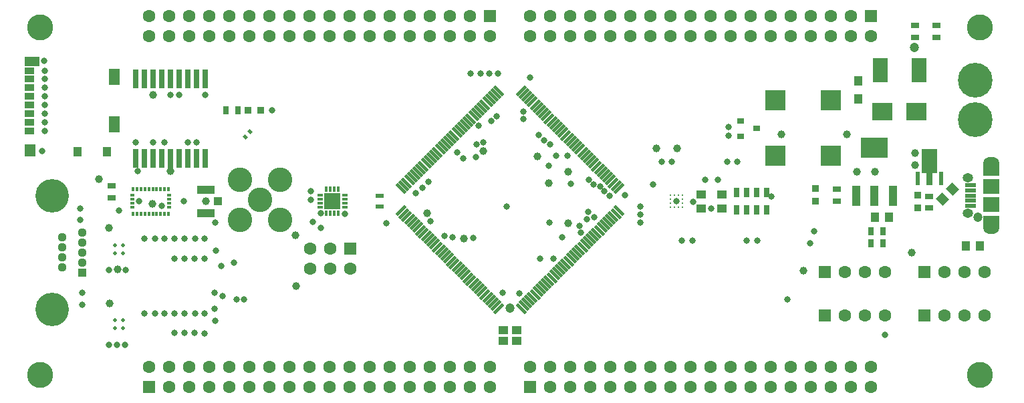
<source format=gbr>
%TF.GenerationSoftware,Altium Limited,Altium Designer,22.1.2 (22)*%
G04 Layer_Color=8388736*
%FSLAX45Y45*%
%MOMM*%
%TF.SameCoordinates,3CA235EB-07BA-4011-868A-CA015CDCDCF0*%
%TF.FilePolarity,Negative*%
%TF.FileFunction,Soldermask,Top*%
%TF.Part,Single*%
G01*
G75*
%TA.AperFunction,SMDPad,CuDef*%
%ADD18R,0.27500X0.25000*%
%ADD19R,0.25000X0.27500*%
%ADD23R,2.50000X2.30000*%
%ADD24R,0.58000X1.73000*%
%ADD25C,1.73970*%
%ADD31R,0.90000X0.80000*%
%ADD32R,2.50000X2.50000*%
%ADD35R,1.20000X1.00000*%
%ADD38R,1.95580X3.14960*%
%ADD45R,1.05000X1.00000*%
%ADD46R,2.20000X1.05000*%
%ADD50R,1.10000X0.60000*%
%TA.AperFunction,ComponentPad*%
%ADD60C,4.24000*%
%ADD61R,1.12000X1.12000*%
%ADD62C,1.12000*%
%TA.AperFunction,ViaPad*%
%ADD70C,0.50000*%
%TA.AperFunction,SMDPad,CuDef*%
%ADD81R,1.10000X1.20000*%
%ADD82R,1.20000X1.10000*%
%ADD85R,1.00000X0.80000*%
%ADD86R,0.80000X1.00000*%
%TA.AperFunction,ComponentPad*%
%ADD89C,1.60000*%
%ADD90R,1.60000X1.60000*%
%ADD91O,2.00000X1.30000*%
%ADD92O,1.35000X1.15000*%
%ADD93C,4.40000*%
%ADD94C,3.10000*%
%TA.AperFunction,ViaPad*%
%ADD95C,1.00320*%
%ADD96C,0.80320*%
%ADD97C,1.20320*%
%ADD98C,3.30000*%
%TA.AperFunction,NonConductor*%
%ADD130R,0.80000X2.40000*%
%ADD131R,0.40000X0.52500*%
%ADD132R,0.40000X0.52500*%
%ADD133R,0.40000X0.52500*%
%ADD134R,0.40000X0.52500*%
%ADD135R,0.52500X0.30000*%
%ADD136R,0.52500X0.30000*%
%ADD137R,0.52500X0.30000*%
%ADD138R,0.52500X0.30000*%
%ADD139R,0.70000X2.40000*%
%ADD140R,0.80000X2.40000*%
%TA.AperFunction,SMDPad,CuDef*%
G04:AMPARAMS|DCode=141|XSize=0.4mm|YSize=1.6mm|CornerRadius=0mm|HoleSize=0mm|Usage=FLASHONLY|Rotation=45.000|XOffset=0mm|YOffset=0mm|HoleType=Round|Shape=Rectangle|*
%AMROTATEDRECTD141*
4,1,4,0.42426,-0.70711,-0.70711,0.42426,-0.42426,0.70711,0.70711,-0.42426,0.42426,-0.70711,0.0*
%
%ADD141ROTATEDRECTD141*%

%ADD142R,1.45000X2.00000*%
%ADD143R,1.10000X1.30000*%
%ADD144R,1.45000X1.65000*%
%ADD145R,1.20000X0.95000*%
%ADD146R,1.20000X0.85000*%
%ADD147R,1.90000X1.27000*%
%TA.AperFunction,ConnectorPad*%
%ADD148R,2.00000X1.90000*%
%ADD149R,1.45000X0.50000*%
%TA.AperFunction,SMDPad,CuDef*%
%ADD150R,0.90000X0.90000*%
G04:AMPARAMS|DCode=151|XSize=0.425mm|YSize=0.5mm|CornerRadius=0mm|HoleSize=0mm|Usage=FLASHONLY|Rotation=45.000|XOffset=0mm|YOffset=0mm|HoleType=Round|Shape=Rectangle|*
%AMROTATEDRECTD151*
4,1,4,0.02652,-0.32704,-0.32704,0.02652,-0.02652,0.32704,0.32704,-0.02652,0.02652,-0.32704,0.0*
%
%ADD151ROTATEDRECTD151*%

G04:AMPARAMS|DCode=152|XSize=0.4mm|YSize=1.6mm|CornerRadius=0mm|HoleSize=0mm|Usage=FLASHONLY|Rotation=315.000|XOffset=0mm|YOffset=0mm|HoleType=Round|Shape=Rectangle|*
%AMROTATEDRECTD152*
4,1,4,-0.70711,-0.42426,0.42426,0.70711,0.70711,0.42426,-0.42426,-0.70711,-0.70711,-0.42426,0.0*
%
%ADD152ROTATEDRECTD152*%

%ADD153R,2.10000X2.10000*%
G04:AMPARAMS|DCode=154|XSize=1.1mm|YSize=1.2mm|CornerRadius=0mm|HoleSize=0mm|Usage=FLASHONLY|Rotation=45.000|XOffset=0mm|YOffset=0mm|HoleType=Round|Shape=Rectangle|*
%AMROTATEDRECTD154*
4,1,4,0.03535,-0.81318,-0.81318,0.03535,-0.03535,0.81318,0.81318,-0.03535,0.03535,-0.81318,0.0*
%
%ADD154ROTATEDRECTD154*%

%ADD155R,0.70000X1.20000*%
%ADD156R,1.10000X1.25000*%
%ADD157R,0.75000X0.35000*%
%ADD158R,0.35000X0.75000*%
%ADD159R,1.10000X2.60000*%
%ADD160R,3.40000X2.60000*%
%ADD161R,0.90000X0.90000*%
%TA.AperFunction,Conductor*%
%ADD162R,2.00000X1.67500*%
G36*
X11660001Y2855403D02*
X11601350D01*
Y2705403D01*
X11525351D01*
Y2855403D01*
X11466700D01*
Y3158403D01*
X11660001D01*
Y2855403D01*
D02*
G37*
D18*
X8283750Y2575000D02*
D03*
Y2525000D02*
D03*
Y2475000D02*
D03*
Y2425000D02*
D03*
X8436250D02*
D03*
Y2475000D02*
D03*
Y2525000D02*
D03*
Y2575000D02*
D03*
D19*
X8335000Y2423750D02*
D03*
X8385000D02*
D03*
Y2576250D02*
D03*
X8335000D02*
D03*
D23*
X11399074Y3635000D02*
D03*
X10969074D02*
D03*
D24*
X11413351Y2791903D02*
D03*
X11713350D02*
D03*
D25*
X11563351Y2970000D02*
D03*
D31*
X9370000Y3420000D02*
D03*
X9170000Y3325000D02*
D03*
Y3515000D02*
D03*
D32*
X10310000Y3080000D02*
D03*
Y3780000D02*
D03*
X9610000Y3080000D02*
D03*
Y3780000D02*
D03*
D35*
X6165000Y735000D02*
D03*
X6335000D02*
D03*
Y865000D02*
D03*
X6165000D02*
D03*
D38*
X10939890Y4160000D02*
D03*
X11430110D02*
D03*
D45*
X2552500Y2500000D02*
D03*
D46*
X2400000Y2352500D02*
D03*
Y2647500D02*
D03*
D50*
X4600000Y2570000D02*
D03*
Y2430000D02*
D03*
D60*
X454500Y1132500D02*
D03*
Y2567500D02*
D03*
D61*
X835500Y1596000D02*
D03*
D62*
X835500Y1723000D02*
D03*
Y1850000D02*
D03*
Y1977000D02*
D03*
Y2104000D02*
D03*
X581500Y1659500D02*
D03*
X581500Y1786500D02*
D03*
Y1913500D02*
D03*
X581500Y2040500D02*
D03*
D70*
X1350000Y1840000D02*
D03*
Y1940000D02*
D03*
X1250000Y1840000D02*
D03*
Y1940000D02*
D03*
X1350000Y890001D02*
D03*
X1350000Y990000D02*
D03*
X1250000Y890000D02*
D03*
Y990000D02*
D03*
D81*
X10870000Y2300000D02*
D03*
X11050000D02*
D03*
X12025800Y1932075D02*
D03*
X12205800D02*
D03*
D82*
X8670000Y2410000D02*
D03*
Y2590000D02*
D03*
X8930000Y2410000D02*
D03*
Y2590000D02*
D03*
D85*
X1200000Y2695000D02*
D03*
Y2545000D02*
D03*
X10390000Y2655000D02*
D03*
Y2505000D02*
D03*
X11650000Y4725000D02*
D03*
Y4575000D02*
D03*
X11380000Y4575000D02*
D03*
Y4725000D02*
D03*
X11557000Y2414200D02*
D03*
Y2564200D02*
D03*
D86*
X10825000Y1970000D02*
D03*
X10975000D02*
D03*
X10825000Y2120000D02*
D03*
X10975000D02*
D03*
X2802075Y3650000D02*
D03*
X2652075D02*
D03*
D89*
X7008000Y146000D02*
D03*
X7262000D02*
D03*
X7262000Y400000D02*
D03*
X7516000Y146000D02*
D03*
X7516000Y400000D02*
D03*
X12258000Y1050000D02*
D03*
X12004000D02*
D03*
X11750000D02*
D03*
X12258000Y1600000D02*
D03*
X12004000D02*
D03*
X11750000D02*
D03*
X5492000Y146000D02*
D03*
X6500000Y400000D02*
D03*
X6754000Y146000D02*
D03*
Y400000D02*
D03*
X7008000D02*
D03*
X7770000Y146000D02*
D03*
Y400000D02*
D03*
X8024000Y146000D02*
D03*
X8024000Y400000D02*
D03*
X8278000Y146000D02*
D03*
Y400000D02*
D03*
X8532000Y146000D02*
D03*
Y400000D02*
D03*
X8786000Y146000D02*
D03*
Y400000D02*
D03*
X9040000Y146000D02*
D03*
Y400000D02*
D03*
X9294000Y146000D02*
D03*
X9294000Y400000D02*
D03*
X9548000Y146000D02*
D03*
X9548000Y400000D02*
D03*
X9802000Y146000D02*
D03*
Y400000D02*
D03*
X10056000Y146000D02*
D03*
Y400000D02*
D03*
X10310000Y146000D02*
D03*
X10310000Y400000D02*
D03*
X10564000Y146000D02*
D03*
Y400000D02*
D03*
X10818000Y146000D02*
D03*
Y400000D02*
D03*
X1682000D02*
D03*
X1936000Y146000D02*
D03*
Y400000D02*
D03*
X2190001Y146000D02*
D03*
X2190000Y400000D02*
D03*
X2444000Y146000D02*
D03*
X2444000Y400000D02*
D03*
X2698000Y146000D02*
D03*
X2698000Y400000D02*
D03*
X2952000Y146000D02*
D03*
Y400000D02*
D03*
X3206000Y146000D02*
D03*
X3206000Y400000D02*
D03*
X3460000Y146000D02*
D03*
X3460000Y400000D02*
D03*
X3714000Y146000D02*
D03*
Y400000D02*
D03*
X3968000Y146000D02*
D03*
Y400000D02*
D03*
X4222000Y146000D02*
D03*
Y400000D02*
D03*
X4476001Y146000D02*
D03*
X4476000Y400000D02*
D03*
X4730000Y146000D02*
D03*
X4730000Y400000D02*
D03*
X4984000Y146000D02*
D03*
Y400000D02*
D03*
X5238000Y146000D02*
D03*
Y400000D02*
D03*
X5492000D02*
D03*
X5746000Y146000D02*
D03*
X5746000Y400000D02*
D03*
X6000000Y146000D02*
D03*
X6000000Y400000D02*
D03*
X4229000Y1646000D02*
D03*
X3975000Y1900000D02*
D03*
Y1646000D02*
D03*
X3721000Y1900000D02*
D03*
Y1646000D02*
D03*
X11000000Y1600000D02*
D03*
X10746000D02*
D03*
X10492000D02*
D03*
X11000000Y1050000D02*
D03*
X10746000D02*
D03*
X10492000D02*
D03*
X6500000Y4596000D02*
D03*
X6500000Y4850000D02*
D03*
X6754000Y4596000D02*
D03*
Y4850000D02*
D03*
X7008000Y4596000D02*
D03*
X7008000Y4850000D02*
D03*
X7262000Y4596000D02*
D03*
Y4850000D02*
D03*
X7516000Y4596000D02*
D03*
Y4850000D02*
D03*
X7770000Y4596000D02*
D03*
X7770000Y4850000D02*
D03*
X8024000Y4596000D02*
D03*
X8024000Y4850000D02*
D03*
X8278000Y4596000D02*
D03*
Y4850000D02*
D03*
X8532000Y4596000D02*
D03*
Y4850000D02*
D03*
X8786000Y4596000D02*
D03*
X8786000Y4850000D02*
D03*
X9040000Y4596000D02*
D03*
Y4850000D02*
D03*
X9294000Y4596000D02*
D03*
X9294000Y4850000D02*
D03*
X9548000Y4596000D02*
D03*
Y4850000D02*
D03*
X9802000Y4596000D02*
D03*
X9802000Y4850000D02*
D03*
X10056000Y4596000D02*
D03*
X10056000Y4850000D02*
D03*
X10310000Y4596000D02*
D03*
Y4850000D02*
D03*
X10564000Y4596000D02*
D03*
Y4850000D02*
D03*
X10818000Y4596000D02*
D03*
X1682000D02*
D03*
Y4850000D02*
D03*
X1936000Y4596000D02*
D03*
X1936000Y4850000D02*
D03*
X2190000Y4596000D02*
D03*
Y4850000D02*
D03*
X2444000Y4596000D02*
D03*
Y4850000D02*
D03*
X2698000Y4596000D02*
D03*
Y4850000D02*
D03*
X2952000Y4596000D02*
D03*
X2952000Y4850000D02*
D03*
X3206000Y4596000D02*
D03*
X3206000Y4850000D02*
D03*
X3460000Y4596000D02*
D03*
Y4850000D02*
D03*
X3714000Y4596000D02*
D03*
Y4850000D02*
D03*
X3968000Y4596000D02*
D03*
Y4850000D02*
D03*
X4222000Y4596000D02*
D03*
X4222000Y4850000D02*
D03*
X4476000Y4596000D02*
D03*
Y4850000D02*
D03*
X4730000Y4596000D02*
D03*
Y4850000D02*
D03*
X4984000Y4596000D02*
D03*
Y4850000D02*
D03*
X5238000Y4596000D02*
D03*
Y4850000D02*
D03*
X5492000Y4596000D02*
D03*
X5492000Y4850000D02*
D03*
X5746000Y4596000D02*
D03*
Y4850000D02*
D03*
X6000000Y4596000D02*
D03*
D90*
X11496000Y1050000D02*
D03*
X11496000Y1600000D02*
D03*
X6500000Y146000D02*
D03*
X1682000D02*
D03*
X4229000Y1900000D02*
D03*
X10238000Y1600000D02*
D03*
Y1050000D02*
D03*
X10818000Y4850000D02*
D03*
X6000000D02*
D03*
D91*
X12350000Y2155000D02*
D03*
Y2990000D02*
D03*
D92*
X12050000Y2795000D02*
D03*
X12050000Y2350000D02*
D03*
D93*
X12140000Y4030000D02*
D03*
Y3530000D02*
D03*
D94*
X3080000Y2520000D02*
D03*
X3333992Y2265992D02*
D03*
Y2773992D02*
D03*
X2825992D02*
D03*
Y2265992D02*
D03*
D95*
X1180000Y1210000D02*
D03*
X1276568Y1636568D02*
D03*
X3540000Y1430000D02*
D03*
X9970000Y1620000D02*
D03*
X1040000Y2780000D02*
D03*
X3530000Y2070000D02*
D03*
X8100000Y3170000D02*
D03*
X8370000D02*
D03*
X6990000Y2870000D02*
D03*
X9690000Y3350000D02*
D03*
X10520000D02*
D03*
X6600000Y3070000D02*
D03*
X11340000Y1850000D02*
D03*
X1950000Y2880000D02*
D03*
X1720000Y2470000D02*
D03*
X1170000Y2160000D02*
D03*
X6740000Y2730000D02*
D03*
X5670000Y2030000D02*
D03*
X2400000Y2500000D02*
D03*
X1730000Y3850000D02*
D03*
X5200000Y2350000D02*
D03*
X11380000Y3110000D02*
D03*
Y2960000D02*
D03*
X10870000Y2870000D02*
D03*
X10640000D02*
D03*
X6990000Y2222530D02*
D03*
X5910000Y3140000D02*
D03*
D96*
X8880000Y2770000D02*
D03*
X8570000Y2490000D02*
D03*
X8720000Y2770000D02*
D03*
X8800000Y2410000D02*
D03*
X8060000Y2710000D02*
D03*
X8360000Y2500000D02*
D03*
X7900000Y2430000D02*
D03*
Y2230000D02*
D03*
X7020000Y2720000D02*
D03*
X7130000Y2190000D02*
D03*
X7320000Y2300000D02*
D03*
X7240000Y2370000D02*
D03*
X7900000Y2330000D02*
D03*
X6630000Y1770000D02*
D03*
X6800000D02*
D03*
X1380000Y1630000D02*
D03*
X6160009Y1337500D02*
D03*
X6370000Y1330000D02*
D03*
X10050000Y1970000D02*
D03*
X3730000Y2520000D02*
D03*
X2520000Y2230000D02*
D03*
X9561265Y2561265D02*
D03*
X10100000Y2120000D02*
D03*
X6610000Y3340000D02*
D03*
X6760000Y3225000D02*
D03*
X6837978Y3080000D02*
D03*
X6685040Y3274960D02*
D03*
X6740000Y2950000D02*
D03*
X6980000Y3080000D02*
D03*
X5820000Y3062500D02*
D03*
X2750000Y1722500D02*
D03*
X2590000Y1680000D02*
D03*
X2380000Y1770000D02*
D03*
X2000000D02*
D03*
X2250000D02*
D03*
X2130000D02*
D03*
X2259794Y2029998D02*
D03*
X1870000Y2030000D02*
D03*
X2520916Y1871406D02*
D03*
X2883735Y1253735D02*
D03*
X2610000Y1300000D02*
D03*
X2510000Y1340000D02*
D03*
X2790000Y1260000D02*
D03*
X2507485Y1140015D02*
D03*
X2519969Y982500D02*
D03*
X5910000Y3250000D02*
D03*
X2059999Y3850000D02*
D03*
X5824936Y3224936D02*
D03*
X2380000Y822499D02*
D03*
X2254000Y834000D02*
D03*
X2127000Y830000D02*
D03*
X2000000D02*
D03*
Y1080000D02*
D03*
X1530000Y2880000D02*
D03*
X1550000Y2500000D02*
D03*
X6750000Y2230000D02*
D03*
X7310000Y2710000D02*
D03*
X5220000Y2750000D02*
D03*
X5140000Y2670000D02*
D03*
X2259896Y1079896D02*
D03*
X2380000Y1080000D02*
D03*
Y2030000D02*
D03*
X1270000Y680000D02*
D03*
X830000Y1190000D02*
D03*
Y1340000D02*
D03*
X810000Y2260000D02*
D03*
Y2410000D02*
D03*
X1750000Y1080000D02*
D03*
X5520000Y2040000D02*
D03*
X5785104Y2035104D02*
D03*
X7220000Y2270000D02*
D03*
X3750000Y2240000D02*
D03*
X1170000Y1630000D02*
D03*
Y680000D02*
D03*
X1370000D02*
D03*
X2130000Y2030000D02*
D03*
X1620000D02*
D03*
X1750000D02*
D03*
X2000000D02*
D03*
X1870000Y1080000D02*
D03*
X2130000D02*
D03*
X7250000Y2770000D02*
D03*
X8430000Y2000000D02*
D03*
X9760000Y1260000D02*
D03*
X11000000Y810000D02*
D03*
X7390000Y2690000D02*
D03*
X7150000Y2100000D02*
D03*
X7440046Y2625069D02*
D03*
X9020000Y3440000D02*
D03*
X6500000Y4070000D02*
D03*
X7710000Y2580000D02*
D03*
X1950000Y3850000D02*
D03*
X1510000Y3250000D02*
D03*
X6010634Y3519550D02*
D03*
X5580000Y3120000D02*
D03*
X5850000Y3460000D02*
D03*
X6420000Y3640000D02*
D03*
X6418808Y3538723D02*
D03*
X3850000Y2160000D02*
D03*
X2170000Y3250000D02*
D03*
X1870000Y3250000D02*
D03*
X5240000Y2250000D02*
D03*
X5060000Y2600000D02*
D03*
X1840000Y2440000D02*
D03*
X3730000Y2630000D02*
D03*
X3850000Y2350000D02*
D03*
X4160000Y2340000D02*
D03*
X360000Y4150000D02*
D03*
X6080000Y3580000D02*
D03*
X3240000Y3650000D02*
D03*
X360000Y3390000D02*
D03*
Y3500000D02*
D03*
Y3610000D02*
D03*
Y3830000D02*
D03*
Y4050000D02*
D03*
X320000Y3140000D02*
D03*
X350000Y4280000D02*
D03*
X360000Y3720000D02*
D03*
Y3940000D02*
D03*
X7512500Y2572500D02*
D03*
X8560000Y2000000D02*
D03*
X8170000Y3000000D02*
D03*
X8300000D02*
D03*
X9000000D02*
D03*
X9130000D02*
D03*
X9250000Y2000000D02*
D03*
X9380000D02*
D03*
X9020000Y3330000D02*
D03*
X1300000Y2380000D02*
D03*
X2120000Y2500000D02*
D03*
X1619000Y1081000D02*
D03*
X2279999Y3249999D02*
D03*
X1730103Y3249896D02*
D03*
X2390000Y3850000D02*
D03*
X5420000Y2060000D02*
D03*
X6210000Y2430000D02*
D03*
X4680000Y2220000D02*
D03*
X5750000Y4120000D02*
D03*
X5880000D02*
D03*
X6100000D02*
D03*
X5990000D02*
D03*
X5660000Y3040000D02*
D03*
X6910000Y2040000D02*
D03*
D97*
X11375000Y4450000D02*
D03*
X12175000Y2300000D02*
D03*
X6250000Y1150000D02*
D03*
D98*
X12200000Y300000D02*
D03*
Y4700000D02*
D03*
X300000Y300000D02*
D03*
Y4700000D02*
D03*
D130*
X2060044Y4051962D02*
D03*
X1950000Y4052005D02*
D03*
X1840045Y4051889D02*
D03*
X1839999Y3041934D02*
D03*
X1950035Y3041970D02*
D03*
X2059999Y3041935D02*
D03*
D131*
X1474998Y2343749D02*
D03*
X1575001Y2343751D02*
D03*
X1675001Y2343751D02*
D03*
X1725001D02*
D03*
X1824998Y2343748D02*
D03*
X1875000Y2343750D02*
D03*
X1924998Y2343748D02*
D03*
X1474998Y2656248D02*
D03*
X1574998D02*
D03*
X1674998Y2656249D02*
D03*
X1724998D02*
D03*
X1825001Y2656251D02*
D03*
X1925001Y2656252D02*
D03*
D132*
X1525000Y2343750D02*
D03*
X1775000D02*
D03*
D133*
X1625000Y2343750D02*
D03*
Y2656250D02*
D03*
X1875000D02*
D03*
D134*
X1525000D02*
D03*
X1775000D02*
D03*
D135*
X1468750Y2575000D02*
D03*
D136*
X1468749Y2525001D02*
D03*
Y2475001D02*
D03*
X1931251Y2474999D02*
D03*
Y2524999D02*
D03*
X1931250Y2575000D02*
D03*
D137*
X1468750Y2425000D02*
D03*
D138*
X1931250D02*
D03*
D139*
X2390002Y3041913D02*
D03*
X1510001Y3041915D02*
D03*
X1510010Y4051924D02*
D03*
X2390002Y4051914D02*
D03*
D140*
X2280011Y3041924D02*
D03*
X2170010Y3041922D02*
D03*
X1729989Y3041928D02*
D03*
X1619997Y3041936D02*
D03*
X1619997Y4051936D02*
D03*
X1730009Y4051923D02*
D03*
X2169996Y4051936D02*
D03*
X2280003Y4051914D02*
D03*
D141*
X6532264Y1283709D02*
D03*
X6602974Y1354420D02*
D03*
X6638330Y1389775D02*
D03*
X6673685Y1425130D02*
D03*
X6709040Y1460486D02*
D03*
X7628277Y2379723D02*
D03*
X7592922Y2344367D02*
D03*
X7557567Y2309012D02*
D03*
X7522212Y2273657D02*
D03*
X7486856Y2238302D02*
D03*
X7451501Y2202946D02*
D03*
X7416146Y2167591D02*
D03*
X7380790Y2132236D02*
D03*
X7345435Y2096880D02*
D03*
X7310080Y2061525D02*
D03*
X7274725Y2026170D02*
D03*
X7239370Y1990815D02*
D03*
X7204014Y1955459D02*
D03*
X7168659Y1920104D02*
D03*
X7133303Y1884749D02*
D03*
X7097948Y1849394D02*
D03*
X7062593Y1814038D02*
D03*
X7027238Y1778683D02*
D03*
X6991882Y1743328D02*
D03*
X6956527Y1707973D02*
D03*
X6921172Y1672617D02*
D03*
X6885817Y1637262D02*
D03*
X6850461Y1601907D02*
D03*
X6815106Y1566552D02*
D03*
X6779751Y1531196D02*
D03*
X6744395Y1495841D02*
D03*
X6567619Y1319065D02*
D03*
X6496909Y1248354D02*
D03*
X6461553Y1212999D02*
D03*
X6426198Y1177644D02*
D03*
X6390843Y1142288D02*
D03*
X4870566Y2662566D02*
D03*
X4905921Y2697921D02*
D03*
X4941276Y2733276D02*
D03*
X4976631Y2768631D02*
D03*
X5011987Y2803987D02*
D03*
X5047342Y2839342D02*
D03*
X5082697Y2874697D02*
D03*
X5118053Y2910052D02*
D03*
X5153408Y2945408D02*
D03*
X5188763Y2980763D02*
D03*
X5224118Y3016118D02*
D03*
X5259474Y3051473D02*
D03*
X5294829Y3086829D02*
D03*
X5330184Y3122184D02*
D03*
X5365539Y3157539D02*
D03*
X5400894Y3192895D02*
D03*
X5436250Y3228250D02*
D03*
X5471605Y3263605D02*
D03*
X5506960Y3298960D02*
D03*
X5542316Y3334316D02*
D03*
X5577671Y3369671D02*
D03*
X5613026Y3405026D02*
D03*
X5648381Y3440381D02*
D03*
X5683737Y3475737D02*
D03*
X5719092Y3511092D02*
D03*
X5754447Y3546447D02*
D03*
X5789802Y3581803D02*
D03*
X5825158Y3617158D02*
D03*
X5860513Y3652513D02*
D03*
X5895868Y3687868D02*
D03*
X5931224Y3723224D02*
D03*
X5966579Y3758579D02*
D03*
X6001934Y3793934D02*
D03*
X6037289Y3829290D02*
D03*
X6072645Y3864645D02*
D03*
X6108000Y3900000D02*
D03*
D142*
X1241250Y4072250D02*
D03*
X1241251Y3475250D02*
D03*
D143*
X773750Y3125250D02*
D03*
X1143750Y3125250D02*
D03*
D144*
X171250Y3142750D02*
D03*
D145*
X158750Y3388750D02*
D03*
X158751Y3498750D02*
D03*
X158750Y3608750D02*
D03*
X158751Y3718750D02*
D03*
X158750Y3828750D02*
D03*
X158751Y3938750D02*
D03*
X158750Y4048750D02*
D03*
D146*
Y4153750D02*
D03*
D147*
X193750Y4274750D02*
D03*
D148*
X12350000Y2687500D02*
D03*
Y2457500D02*
D03*
D149*
X12082500Y2442500D02*
D03*
X12082500Y2507500D02*
D03*
X12082500Y2702501D02*
D03*
Y2572500D02*
D03*
Y2637500D02*
D03*
D150*
X10119215Y2500000D02*
D03*
Y2660000D02*
D03*
X11413351Y2580000D02*
D03*
Y2420000D02*
D03*
D151*
X2960000Y3380000D02*
D03*
X2898128Y3318128D02*
D03*
D152*
X6390843Y3900000D02*
D03*
X6426198Y3864645D02*
D03*
X6461553Y3829290D02*
D03*
X6496909Y3793934D02*
D03*
X6532264Y3758579D02*
D03*
X6567619Y3723224D02*
D03*
X6602974Y3687868D02*
D03*
X6638330Y3652513D02*
D03*
X6673685Y3617158D02*
D03*
X6709040Y3581803D02*
D03*
X6744395Y3546447D02*
D03*
X6779751Y3511092D02*
D03*
X6815106Y3475737D02*
D03*
X6850461Y3440381D02*
D03*
X6885817Y3405026D02*
D03*
X6921172Y3369671D02*
D03*
X6956527Y3334316D02*
D03*
X6991882Y3298961D02*
D03*
X7027238Y3263605D02*
D03*
X7062593Y3228250D02*
D03*
X7097948Y3192895D02*
D03*
X7133304Y3157540D02*
D03*
X7168659Y3122184D02*
D03*
X7204014Y3086829D02*
D03*
X7239370Y3051473D02*
D03*
X7274725Y3016118D02*
D03*
X7310080Y2980763D02*
D03*
X7345435Y2945408D02*
D03*
X7380790Y2910052D02*
D03*
X7416146Y2874697D02*
D03*
X7451501Y2839342D02*
D03*
X7486856Y2803987D02*
D03*
X7522212Y2768631D02*
D03*
X7557567Y2733276D02*
D03*
X7592922Y2697921D02*
D03*
X7628277Y2662566D02*
D03*
X6108000Y1142289D02*
D03*
X6072645Y1177644D02*
D03*
X6037289Y1212999D02*
D03*
X6001934Y1248354D02*
D03*
X5966579Y1283709D02*
D03*
X5931224Y1319065D02*
D03*
X5895868Y1354420D02*
D03*
X5860513Y1389775D02*
D03*
X5825158Y1425130D02*
D03*
X5789802Y1460486D02*
D03*
X5754447Y1495841D02*
D03*
X5719092Y1531196D02*
D03*
X5683737Y1566552D02*
D03*
X5648381Y1601907D02*
D03*
X5613026Y1637262D02*
D03*
X5577671Y1672617D02*
D03*
X5542316Y1707973D02*
D03*
X5506961Y1743328D02*
D03*
X5471605Y1778683D02*
D03*
X5436250Y1814038D02*
D03*
X5400894Y1849394D02*
D03*
X5365539Y1884749D02*
D03*
X5330184Y1920104D02*
D03*
X5294829Y1955459D02*
D03*
X5259474Y1990815D02*
D03*
X5224118Y2026170D02*
D03*
X5188763Y2061525D02*
D03*
X5153408Y2096880D02*
D03*
X5118053Y2132236D02*
D03*
X5082697Y2167591D02*
D03*
X5047342Y2202946D02*
D03*
X5011987Y2238302D02*
D03*
X4976631Y2273657D02*
D03*
X4941276Y2309012D02*
D03*
X4905921Y2344367D02*
D03*
X4870566Y2379723D02*
D03*
D153*
X4000000Y2500000D02*
D03*
D154*
X11726361Y2526360D02*
D03*
X11853640Y2653640D02*
D03*
D155*
X9122500Y2610000D02*
D03*
X9247500D02*
D03*
X9372500D02*
D03*
X9497500D02*
D03*
Y2390000D02*
D03*
X9372500D02*
D03*
X9247500D02*
D03*
X9122500D02*
D03*
D156*
X10660000Y4027499D02*
D03*
Y3792500D02*
D03*
D157*
X3845000Y2575000D02*
D03*
Y2525000D02*
D03*
Y2475000D02*
D03*
Y2425000D02*
D03*
X4155000D02*
D03*
Y2475000D02*
D03*
Y2525000D02*
D03*
Y2575000D02*
D03*
D158*
X3925000Y2345000D02*
D03*
X3975000D02*
D03*
X4025000D02*
D03*
X4075000D02*
D03*
Y2655000D02*
D03*
X4025000D02*
D03*
X3975000D02*
D03*
X3925000D02*
D03*
D159*
X10637925Y2565000D02*
D03*
X10867925Y2565000D02*
D03*
X11097925Y2565000D02*
D03*
D160*
X10867925Y3175000D02*
D03*
D161*
X3090000Y3650000D02*
D03*
X2930000D02*
D03*
D162*
X12350004Y2233754D02*
D03*
X12349999Y2911247D02*
D03*
%TF.MD5,6cb3869005b66071cac4eb11fb21f13c*%
M02*

</source>
